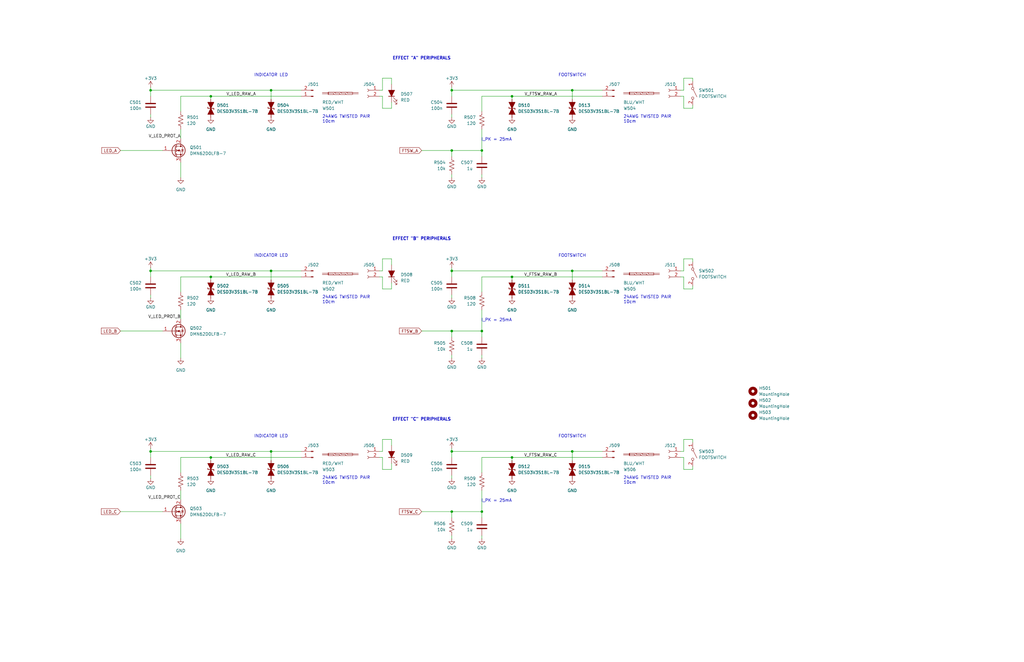
<source format=kicad_sch>
(kicad_sch (version 20231120) (generator "eeschema") (generator_version "8.0")
  (paper "USLedger")
  (title_block (title "Baseboard") (date "2023-08-19") (rev "A") (company "Alessandro Rizzoni") (comment 1 "SCHEMATIC") (comment 2 "DRAFT") (comment 3 "AIR"))
  (lib_symbols
    (symbol "Connector:Conn_01x02_Pin" (pin_names (offset 1.016) hide)
      (property "Reference" "J" (at 0 2.54 0))
      (property "Value" "Conn_01x02_Pin" (at 0 -5.08 0))
      (symbol "Conn_01x02_Pin_1_1"
        (pin passive line (at 5.08 0 180) (length 3.81) (name "Pin_1") (number "1"))
        (pin passive line (at 5.08 -2.54 180) (length 3.81) (name "Pin_2") (number "2"))
      )
    )
    (symbol "Connector:Conn_01x02_Socket" (pin_names (offset 1.016) hide)
      (property "Reference" "J" (at 0 2.54 0))
      (property "Value" "Conn_01x02_Socket" (at 0 -5.08 0))
      (symbol "Conn_01x02_Socket_1_1"
        (pin passive line (at -5.08 0 0) (length 3.81) (name "Pin_1") (number "1"))
        (pin passive line (at -5.08 -2.54 0) (length 3.81) (name "Pin_2") (number "2"))
      )
    )
    (symbol "Device:C" (pin_numbers hide) (pin_names (offset 0.254))
      (property "Reference" "C" (at 0.635 2.54 0))
      (property "Value" "C" (at 0.635 -2.54 0))
      (symbol "C_1_1"
        (pin passive line (at 0 3.81 270) (length 2.794) (name "~") (number "1"))
        (pin passive line (at 0 -3.81 90) (length 2.794) (name "~") (number "2"))
      )
    )
    (symbol "Device:D_TVS_Filled" (pin_numbers hide) (pin_names (offset 1.016) hide)
      (property "Reference" "D" (at 0 2.54 0))
      (property "Value" "D_TVS_Filled" (at 0 -2.54 0))
      (symbol "D_TVS_Filled_1_1"
        (pin passive line (at -3.81 0 0) (length 2.54) (name "A1") (number "1"))
        (pin passive line (at 3.81 0 180) (length 2.54) (name "A2") (number "2"))
      )
    )
    (symbol "Device:LED_Filled" (pin_numbers hide) (pin_names (offset 1.016) hide)
      (property "Reference" "D" (at 0 2.54 0))
      (property "Value" "LED_Filled" (at 0 -2.54 0))
      (symbol "LED_Filled_1_1"
        (pin passive line (at -3.81 0 0) (length 2.54) (name "K") (number "1"))
        (pin passive line (at 3.81 0 180) (length 2.54) (name "A") (number "2"))
      )
    )
    (symbol "Device:Q_NMOS_GDS" (pin_names (offset 0) hide)
      (property "Reference" "Q" (at 5.08 1.27 0))
      (property "Value" "Q_NMOS_GDS" (at 5.08 -1.27 0))
      (symbol "Q_NMOS_GDS_1_1"
        (pin input line (at -5.08 0 0) (length 2.54) (name "G") (number "1"))
        (pin passive line (at 2.54 5.08 270) (length 2.54) (name "D") (number "2"))
        (pin passive line (at 2.54 -5.08 90) (length 2.54) (name "S") (number "3"))
      )
    )
    (symbol "Device:R_US" (pin_numbers hide) (pin_names (offset 0))
      (property "Reference" "R" (at 2.54 0 90))
      (property "Value" "R_US" (at -2.54 0 90))
      (symbol "R_US_1_1"
        (pin passive line (at 0 3.81 270) (length 1.27) (name "~") (number "1"))
        (pin passive line (at 0 -3.81 90) (length 1.27) (name "~") (number "2"))
      )
    )
    (symbol "Library:Twisted_Pair" (on_board no)
      (property "Reference" "W" (at 0 -1.27 0))
    )
    (symbol "Mechanical:MountingHole" (pin_names (offset 1.016)) (exclude_from_sim yes) (in_bom no)
      (property "Reference" "H" (at 0 5.08 0))
      (property "Value" "MountingHole" (at 0 3.175 0))
    )
    (symbol "Switch:SW_SPST" (pin_names (offset 0) hide)
      (property "Reference" "SW" (at 0 3.175 0))
      (property "Value" "SW_SPST" (at 0 -2.54 0))
      (symbol "SW_SPST_1_1"
        (pin passive line (at -5.08 0 0) (length 2.54) (name "A") (number "1"))
        (pin passive line (at 5.08 0 180) (length 2.54) (name "B") (number "2"))
      )
    )
    (symbol "power:+3V3" (power) (pin_numbers hide) (pin_names (offset 0) hide)
      (property "Value" "+3V3" (at 0 3.556 0))
      (symbol "+3V3_1_1"
        (pin power_in line (at 0 0 90) (length 0) (name "~") (number "1"))
      )
    )
    (symbol "power:GND" (power) (pin_numbers hide) (pin_names (offset 0) hide)
      (property "Value" "GND" (at 0 -3.81 0))
      (symbol "GND_1_1"
        (pin power_in line (at 0 0 270) (length 0) (name "~") (number "1"))
      )
    )
  )
  (junction (at 203.2 139.7))
  (junction (at 190.5 139.7))
  (junction (at 114.3 114.3))
  (junction (at 203.2 63.5))
  (junction (at 241.3 38.1))
  (junction (at 63.5 114.3))
  (junction (at 88.9 116.84))
  (junction (at 63.5 38.1))
  (junction (at 241.3 114.3))
  (junction (at 203.2 215.9))
  (junction (at 63.5 190.5))
  (junction (at 215.9 40.64))
  (junction (at 215.9 193.04))
  (junction (at 114.3 38.1))
  (junction (at 88.9 193.04))
  (junction (at 88.9 40.64))
  (junction (at 190.5 63.5))
  (junction (at 190.5 190.5))
  (junction (at 190.5 38.1))
  (junction (at 241.3 190.5))
  (junction (at 190.5 114.3))
  (junction (at 215.9 116.84))
  (junction (at 114.3 190.5))
  (junction (at 190.5 215.9))
  (wire (pts (xy 63.5 113.03) (xy 63.5 114.3)))
  (wire (pts (xy 288.29 198.12) (xy 288.29 193.04)))
  (wire (pts (xy 288.29 33.02) (xy 292.1 33.02)))
  (wire (pts (xy 63.5 189.23) (xy 63.5 190.5)))
  (wire (pts (xy 190.5 190.5) (xy 241.3 190.5)))
  (wire (pts (xy 161.29 185.42) (xy 165.1 185.42)))
  (wire (pts (xy 76.2 193.04) (xy 76.2 199.39)))
  (wire (pts (xy 292.1 121.92) (xy 288.29 121.92)))
  (wire (pts (xy 190.5 36.83) (xy 190.5 38.1)))
  (wire (pts (xy 215.9 40.64) (xy 254 40.64)))
  (wire (pts (xy 161.29 193.04) (xy 160.02 193.04)))
  (wire (pts (xy 76.2 40.64) (xy 88.9 40.64)))
  (wire (pts (xy 190.5 125.73) (xy 190.5 124.46)))
  (wire (pts (xy 76.2 116.84) (xy 76.2 123.19)))
  (wire (pts (xy 63.5 125.73) (xy 63.5 124.46)))
  (wire (pts (xy 114.3 38.1) (xy 114.3 41.91)))
  (wire (pts (xy 127 38.1) (xy 114.3 38.1)))
  (wire (pts (xy 177.8 139.7) (xy 190.5 139.7)))
  (wire (pts (xy 88.9 40.64) (xy 127 40.64)))
  (wire (pts (xy 203.2 193.04) (xy 215.9 193.04)))
  (wire (pts (xy 63.5 190.5) (xy 114.3 190.5)))
  (wire (pts (xy 190.5 49.53) (xy 190.5 48.26)))
  (wire (pts (xy 161.29 190.5) (xy 161.29 185.42)))
  (wire (pts (xy 76.2 54.61) (xy 76.2 58.42)))
  (wire (pts (xy 287.02 38.1) (xy 288.29 38.1)))
  (wire (pts (xy 190.5 149.86) (xy 190.5 151.13)))
  (wire (pts (xy 241.3 190.5) (xy 241.3 194.31)))
  (wire (pts (xy 161.29 109.22) (xy 165.1 109.22)))
  (wire (pts (xy 203.2 116.84) (xy 203.2 123.19)))
  (wire (pts (xy 165.1 195.58) (xy 165.1 198.12)))
  (wire (pts (xy 292.1 44.45) (xy 292.1 45.72)))
  (wire (pts (xy 203.2 73.66) (xy 203.2 74.93)))
  (wire (pts (xy 127 190.5) (xy 114.3 190.5)))
  (wire (pts (xy 114.3 114.3) (xy 114.3 118.11)))
  (wire (pts (xy 203.2 139.7) (xy 203.2 130.81)))
  (wire (pts (xy 63.5 114.3) (xy 63.5 116.84)))
  (wire (pts (xy 63.5 49.53) (xy 63.5 48.26)))
  (wire (pts (xy 165.1 198.12) (xy 161.29 198.12)))
  (wire (pts (xy 190.5 215.9) (xy 203.2 215.9)))
  (wire (pts (xy 215.9 193.04) (xy 215.9 194.31)))
  (wire (pts (xy 165.1 33.02) (xy 165.1 35.56)))
  (wire (pts (xy 190.5 226.06) (xy 190.5 227.33)))
  (wire (pts (xy 190.5 113.03) (xy 190.5 114.3)))
  (wire (pts (xy 254 114.3) (xy 241.3 114.3)))
  (wire (pts (xy 215.9 116.84) (xy 254 116.84)))
  (wire (pts (xy 292.1 185.42) (xy 292.1 186.69)))
  (wire (pts (xy 165.1 185.42) (xy 165.1 187.96)))
  (wire (pts (xy 190.5 139.7) (xy 203.2 139.7)))
  (wire (pts (xy 190.5 139.7) (xy 190.5 142.24)))
  (wire (pts (xy 88.9 116.84) (xy 88.9 118.11)))
  (wire (pts (xy 190.5 215.9) (xy 190.5 218.44)))
  (wire (pts (xy 288.29 109.22) (xy 292.1 109.22)))
  (wire (pts (xy 203.2 139.7) (xy 203.2 142.24)))
  (wire (pts (xy 288.29 121.92) (xy 288.29 116.84)))
  (wire (pts (xy 190.5 38.1) (xy 241.3 38.1)))
  (wire (pts (xy 76.2 144.78) (xy 76.2 151.13)))
  (wire (pts (xy 88.9 193.04) (xy 88.9 194.31)))
  (wire (pts (xy 287.02 114.3) (xy 288.29 114.3)))
  (wire (pts (xy 190.5 190.5) (xy 190.5 193.04)))
  (wire (pts (xy 165.1 121.92) (xy 161.29 121.92)))
  (wire (pts (xy 241.3 38.1) (xy 241.3 41.91)))
  (wire (pts (xy 160.02 38.1) (xy 161.29 38.1)))
  (wire (pts (xy 161.29 114.3) (xy 161.29 109.22)))
  (wire (pts (xy 203.2 40.64) (xy 203.2 46.99)))
  (wire (pts (xy 177.8 215.9) (xy 190.5 215.9)))
  (wire (pts (xy 63.5 114.3) (xy 114.3 114.3)))
  (wire (pts (xy 190.5 114.3) (xy 190.5 116.84)))
  (wire (pts (xy 190.5 114.3) (xy 241.3 114.3)))
  (wire (pts (xy 203.2 40.64) (xy 215.9 40.64)))
  (wire (pts (xy 254 190.5) (xy 241.3 190.5)))
  (wire (pts (xy 292.1 198.12) (xy 288.29 198.12)))
  (wire (pts (xy 50.8 63.5) (xy 68.58 63.5)))
  (wire (pts (xy 127 114.3) (xy 114.3 114.3)))
  (wire (pts (xy 63.5 38.1) (xy 114.3 38.1)))
  (wire (pts (xy 288.29 114.3) (xy 288.29 109.22)))
  (wire (pts (xy 254 38.1) (xy 241.3 38.1)))
  (wire (pts (xy 161.29 33.02) (xy 165.1 33.02)))
  (wire (pts (xy 203.2 116.84) (xy 215.9 116.84)))
  (wire (pts (xy 160.02 114.3) (xy 161.29 114.3)))
  (wire (pts (xy 241.3 114.3) (xy 241.3 118.11)))
  (wire (pts (xy 292.1 196.85) (xy 292.1 198.12)))
  (wire (pts (xy 288.29 116.84) (xy 287.02 116.84)))
  (wire (pts (xy 190.5 38.1) (xy 190.5 40.64)))
  (wire (pts (xy 190.5 201.93) (xy 190.5 200.66)))
  (wire (pts (xy 288.29 193.04) (xy 287.02 193.04)))
  (wire (pts (xy 177.8 63.5) (xy 190.5 63.5)))
  (wire (pts (xy 63.5 201.93) (xy 63.5 200.66)))
  (wire (pts (xy 161.29 38.1) (xy 161.29 33.02)))
  (wire (pts (xy 203.2 149.86) (xy 203.2 151.13)))
  (wire (pts (xy 203.2 63.5) (xy 203.2 66.04)))
  (wire (pts (xy 165.1 109.22) (xy 165.1 111.76)))
  (wire (pts (xy 50.8 139.7) (xy 68.58 139.7)))
  (wire (pts (xy 76.2 193.04) (xy 88.9 193.04)))
  (wire (pts (xy 165.1 119.38) (xy 165.1 121.92)))
  (wire (pts (xy 203.2 226.06) (xy 203.2 227.33)))
  (wire (pts (xy 88.9 116.84) (xy 127 116.84)))
  (wire (pts (xy 292.1 109.22) (xy 292.1 110.49)))
  (wire (pts (xy 63.5 38.1) (xy 63.5 40.64)))
  (wire (pts (xy 76.2 130.81) (xy 76.2 134.62)))
  (wire (pts (xy 292.1 33.02) (xy 292.1 34.29)))
  (wire (pts (xy 215.9 40.64) (xy 215.9 41.91)))
  (wire (pts (xy 203.2 63.5) (xy 203.2 54.61)))
  (wire (pts (xy 161.29 198.12) (xy 161.29 193.04)))
  (wire (pts (xy 190.5 63.5) (xy 203.2 63.5)))
  (wire (pts (xy 161.29 40.64) (xy 160.02 40.64)))
  (wire (pts (xy 63.5 36.83) (xy 63.5 38.1)))
  (wire (pts (xy 161.29 116.84) (xy 160.02 116.84)))
  (wire (pts (xy 165.1 43.18) (xy 165.1 45.72)))
  (wire (pts (xy 76.2 68.58) (xy 76.2 74.93)))
  (wire (pts (xy 203.2 215.9) (xy 203.2 218.44)))
  (wire (pts (xy 88.9 193.04) (xy 127 193.04)))
  (wire (pts (xy 190.5 189.23) (xy 190.5 190.5)))
  (wire (pts (xy 63.5 190.5) (xy 63.5 193.04)))
  (wire (pts (xy 215.9 193.04) (xy 254 193.04)))
  (wire (pts (xy 288.29 185.42) (xy 292.1 185.42)))
  (wire (pts (xy 287.02 190.5) (xy 288.29 190.5)))
  (wire (pts (xy 215.9 116.84) (xy 215.9 118.11)))
  (wire (pts (xy 161.29 45.72) (xy 161.29 40.64)))
  (wire (pts (xy 76.2 207.01) (xy 76.2 210.82)))
  (wire (pts (xy 288.29 190.5) (xy 288.29 185.42)))
  (wire (pts (xy 160.02 190.5) (xy 161.29 190.5)))
  (wire (pts (xy 76.2 220.98) (xy 76.2 227.33)))
  (wire (pts (xy 190.5 73.66) (xy 190.5 74.93)))
  (wire (pts (xy 203.2 215.9) (xy 203.2 207.01)))
  (wire (pts (xy 165.1 45.72) (xy 161.29 45.72)))
  (wire (pts (xy 203.2 193.04) (xy 203.2 199.39)))
  (wire (pts (xy 288.29 38.1) (xy 288.29 33.02)))
  (wire (pts (xy 288.29 40.64) (xy 287.02 40.64)))
  (wire (pts (xy 76.2 116.84) (xy 88.9 116.84)))
  (wire (pts (xy 114.3 190.5) (xy 114.3 194.31)))
  (wire (pts (xy 190.5 63.5) (xy 190.5 66.04)))
  (wire (pts (xy 288.29 45.72) (xy 288.29 40.64)))
  (wire (pts (xy 292.1 45.72) (xy 288.29 45.72)))
  (wire (pts (xy 292.1 120.65) (xy 292.1 121.92)))
  (wire (pts (xy 50.8 215.9) (xy 68.58 215.9)))
  (wire (pts (xy 76.2 40.64) (xy 76.2 46.99)))
  (wire (pts (xy 161.29 121.92) (xy 161.29 116.84)))
  (wire (pts (xy 88.9 40.64) (xy 88.9 41.91)))
  (text "INDICATOR LED" (at 114.3 184.15 0) (effects (font (size 1.27 1.27))))
  (text "FOOTSWITCH" (at 241.3 184.15 0) (effects (font (size 1.27 1.27))))
  (text "EFFECT \"A\" PERIPHERALS" (at 177.8 25.4 0) (effects (font (size 1.27 1.27) (thickness 0.254) (bold yes)) (justify bottom)))
  (text "I_PK = 25mA" (at 215.9 135.89 0) (effects (font (size 1.27 1.27)) (justify right bottom)))
  (text "FOOTSWITCH" (at 241.3 31.75 0) (effects (font (size 1.27 1.27))))
  (text "FOOTSWITCH" (at 241.3 107.95 0) (effects (font (size 1.27 1.27))))
  (text "24AWG TWISTED PAIR\n10cm" (at 135.89 204.47 0) (effects (font (size 1.27 1.27)) (justify left bottom)))
  (text "24AWG TWISTED PAIR\n10cm" (at 262.89 204.47 0) (effects (font (size 1.27 1.27)) (justify left bottom)))
  (text "24AWG TWISTED PAIR\n10cm" (at 262.89 52.07 0) (effects (font (size 1.27 1.27)) (justify left bottom)))
  (text "EFFECT \"B\" PERIPHERALS" (at 177.8 101.6 0) (effects (font (size 1.27 1.27) (thickness 0.254) (bold yes)) (justify bottom)))
  (text "24AWG TWISTED PAIR\n10cm" (at 135.89 128.27 0) (effects (font (size 1.27 1.27)) (justify left bottom)))
  (text "INDICATOR LED" (at 114.3 107.95 0) (effects (font (size 1.27 1.27))))
  (text "I_PK = 25mA" (at 215.9 59.69 0) (effects (font (size 1.27 1.27)) (justify right bottom)))
  (text "I_PK = 25mA" (at 215.9 212.09 0) (effects (font (size 1.27 1.27)) (justify right bottom)))
  (text "EFFECT \"C\" PERIPHERALS" (at 177.8 177.8 0) (effects (font (size 1.27 1.27) (thickness 0.254) (bold yes)) (justify bottom)))
  (text "24AWG TWISTED PAIR\n10cm" (at 262.89 128.27 0) (effects (font (size 1.27 1.27)) (justify left bottom)))
  (text "24AWG TWISTED PAIR\n10cm" (at 135.89 52.07 0) (effects (font (size 1.27 1.27)) (justify left bottom)))
  (text "INDICATOR LED" (at 114.3 31.75 0) (effects (font (size 1.27 1.27))))
  (label "V_LED_PROT_C" (at 76.2 210.82 180))
  (label "V_LED_PROT_A" (at 76.2 58.42 180))
  (label "V_FTSW_RAW_C" (at 234.95 193.04 180))
  (label "V_FTSW_RAW_B" (at 234.95 116.84 180))
  (label "V_LED_RAW_A" (at 107.95 40.64 180))
  (label "V_LED_RAW_C" (at 107.95 193.04 180))
  (label "V_LED_PROT_B" (at 76.2 134.62 180))
  (label "V_LED_RAW_B" (at 107.95 116.84 180))
  (label "V_FTSW_RAW_A" (at 234.95 40.64 180))
  (global_label "FTSW_C" (shape input) (at 177.8 215.9 180) (property "Intersheetrefs" "${INTERSHEET_REFS}" (effects (hide yes))))
  (global_label "LED_C" (shape input) (at 50.8 215.9 180) (property "Intersheetrefs" "${INTERSHEET_REFS}" (effects (hide yes))))
  (global_label "LED_B" (shape input) (at 50.8 139.7 180) (property "Intersheetrefs" "${INTERSHEET_REFS}" (effects (hide yes))))
  (global_label "LED_A" (shape input) (at 50.8 63.5 180) (property "Intersheetrefs" "${INTERSHEET_REFS}" (effects (hide yes))))
  (global_label "FTSW_B" (shape input) (at 177.8 139.7 180) (property "Intersheetrefs" "${INTERSHEET_REFS}" (effects (hide yes))))
  (global_label "FTSW_A" (shape input) (at 177.8 63.5 180) (property "Intersheetrefs" "${INTERSHEET_REFS}" (effects (hide yes))))
  (symbol (lib_id "power:GND") (at 88.9 125.73 0) (unit 1)
    (property "Reference" "#PWR0511" (effects (hide yes)))
    (property "Value" "GND" (at 88.9 130.81 0))
    (property "Description" "Power symbol creates a global label with name \"GND\" , ground" (effects (hide yes)))
  )
  (symbol (lib_id "Library:Twisted_Pair") (at 143.51 115.57 0) (mirror x) (unit 1) (exclude_from_sim yes) (on_board no)
    (property "Reference" "W502" (at 135.89 121.92 0) (effects (justify left)))
    (property "Value" "RED/WHT" (at 135.89 119.38 0) (effects (justify left)))
    (property "Footprint" "N/A" (effects (hide yes)))
    (property "Datasheet" "http://www.asapwire.com/ProductDetails.asp?ProductCode=UL1007%2D24%2DXXTP1%2D0500" (effects (hide yes)))
    (property "Manufacturer" "ASAP Wire" (effects (hide yes)))
    (property "Part Number" "UL1007 UL1569 CSA-TR64 24 AWG (7/30) " (effects (hide yes)))
    (property "Manufacturer (Alternate)" "N/A" (effects (hide yes)))
    (property "Part Number (Alternate)" "UL1007 UL1569 CSA-TR64 24 AWG (7/30) " (effects (hide yes)))
  )
  (symbol (lib_id "Connector:Conn_01x02_Pin") (at 259.08 193.04 180) (unit 1) (exclude_from_sim yes)
    (property "Reference" "J509" (at 259.08 187.96 0))
    (property "Value" "6-440054-2" (effects (hide yes)))
    (property "Footprint" "Library:TE_HPI_2.0MM_PITCH_MALE_HEADER_2POS" (effects (hide yes)))
    (property "Description" "Generic connector, single row, 01x02, script generated" (effects (hide yes)))
    (property "Manufacturer" "TE Connectivity AMP Connectors" (effects (hide yes)))
    (property "Part Number" "6-440054-2" (effects (hide yes)))
    (property "Manufacturer (Alternate)" "JST" (effects (hide yes)))
    (property "Part Number (Alternate)" "B2B-PH-K-S" (effects (hide yes)))
  )
  (symbol (lib_id "power:GND") (at 114.3 49.53 0) (unit 1)
    (property "Reference" "#PWR0513" (effects (hide yes)))
    (property "Value" "GND" (at 114.3 54.61 0))
    (property "Description" "Power symbol creates a global label with name \"GND\" , ground" (effects (hide yes)))
  )
  (symbol (lib_id "power:GND") (at 76.2 227.33 0) (unit 1)
    (property "Reference" "#PWR0509" (effects (hide yes)))
    (property "Value" "GND" (at 76.2 232.41 0))
    (property "Description" "Power symbol creates a global label with name \"GND\" , ground" (effects (hide yes)))
  )
  (symbol (lib_id "Device:D_TVS_Filled") (at 215.9 45.72 90) (unit 1)
    (property "Reference" "D510" (at 218.44 44.45 90) (effects (justify right)))
    (property "Value" "DESD3V3S1BL-7B" (at 218.44 46.99 90) (effects (justify right)))
    (property "Footprint" "Diode_SMD:D_SOD-882D" (effects (hide yes)))
    (property "Description" "Bidirectional transient-voltage-suppression diode, filled shape" (effects (hide yes)))
    (property "Manufacturer" "Diodes Inc." (effects (hide yes)))
    (property "Part Number" "DESD3V3S1BL-7B" (effects (hide yes)))
    (property "Manufacturer (Alternate)" "Diodes Inc." (effects (hide yes)))
    (property "Part Number (Alternate)" "DESD3V3E1BL-7B " (effects (hide yes)))
  )
  (symbol (lib_id "Connector:Conn_01x02_Socket") (at 281.94 38.1 0) (mirror y) (unit 1) (exclude_from_sim yes) (in_bom no) (on_board no)
    (property "Reference" "J510" (at 282.575 35.56 0))
    (property "Value" "6-440129-2" (effects (hide yes)))
    (property "Footprint" "N/A" (effects (hide yes)))
    (property "Description" "Generic connector, single row, 01x02, script generated" (effects (hide yes)))
    (property "Manufacturer" "TE Connectivity AMP Connectors" (effects (hide yes)))
    (property "Part Number" "6-440129-2" (effects (hide yes)))
    (property "Manufacturer (Alternate)" "JST" (effects (hide yes)))
    (property "Part Number (Alternate)" "PHR-2" (effects (hide yes)))
  )
  (symbol (lib_id "Connector:Conn_01x02_Socket") (at 154.94 114.3 0) (mirror y) (unit 1) (exclude_from_sim yes) (in_bom no) (on_board no)
    (property "Reference" "J505" (at 155.575 111.76 0))
    (property "Value" "6-440129-2" (effects (hide yes)))
    (property "Footprint" "N/A" (effects (hide yes)))
    (property "Description" "Generic connector, single row, 01x02, script generated" (effects (hide yes)))
    (property "Manufacturer" "TE Connectivity AMP Connectors" (effects (hide yes)))
    (property "Part Number" "6-440129-2" (effects (hide yes)))
    (property "Manufacturer (Alternate)" "JST" (effects (hide yes)))
    (property "Part Number (Alternate)" "PHR-2" (effects (hide yes)))
  )
  (symbol (lib_id "Connector:Conn_01x02_Pin") (at 132.08 116.84 180) (unit 1) (exclude_from_sim yes)
    (property "Reference" "J502" (at 132.08 111.76 0))
    (property "Value" "6-440054-2" (effects (hide yes)))
    (property "Footprint" "Library:TE_HPI_2.0MM_PITCH_MALE_HEADER_2POS" (effects (hide yes)))
    (property "Description" "Generic connector, single row, 01x02, script generated" (effects (hide yes)))
    (property "Manufacturer" "TE Connectivity AMP Connectors" (effects (hide yes)))
    (property "Part Number" "6-440054-2" (effects (hide yes)))
    (property "Manufacturer (Alternate)" "JST" (effects (hide yes)))
    (property "Part Number (Alternate)" "B2B-PH-K-S" (effects (hide yes)))
  )
  (symbol (lib_id "power:GND") (at 114.3 201.93 0) (unit 1)
    (property "Reference" "#PWR0515" (effects (hide yes)))
    (property "Value" "GND" (at 114.3 207.01 0))
    (property "Description" "Power symbol creates a global label with name \"GND\" , ground" (effects (hide yes)))
  )
  (symbol (lib_id "Connector:Conn_01x02_Socket") (at 281.94 114.3 0) (mirror y) (unit 1) (exclude_from_sim yes) (in_bom no) (on_board no)
    (property "Reference" "J511" (at 282.575 111.76 0))
    (property "Value" "6-440129-2" (effects (hide yes)))
    (property "Footprint" "N/A" (effects (hide yes)))
    (property "Description" "Generic connector, single row, 01x02, script generated" (effects (hide yes)))
    (property "Manufacturer" "TE Connectivity AMP Connectors" (effects (hide yes)))
    (property "Part Number" "6-440129-2" (effects (hide yes)))
    (property "Manufacturer (Alternate)" "JST" (effects (hide yes)))
    (property "Part Number (Alternate)" "PHR-2" (effects (hide yes)))
  )
  (symbol (lib_id "Device:R_US") (at 190.5 69.85 180) (unit 1) (exclude_from_sim yes)
    (property "Reference" "R504" (at 187.96 68.58 0) (effects (justify left)))
    (property "Value" "10k" (at 187.96 71.12 0) (effects (justify left)))
    (property "Footprint" "Resistor_SMD:R_0402_1005Metric" (effects (hide yes)))
    (property "Description" "Resistor, US symbol" (effects (hide yes)))
  )
  (symbol (lib_id "Device:R_US") (at 190.5 222.25 180) (unit 1) (exclude_from_sim yes)
    (property "Reference" "R506" (at 187.96 220.98 0) (effects (justify left)))
    (property "Value" "10k" (at 187.96 223.52 0) (effects (justify left)))
    (property "Footprint" "Resistor_SMD:R_0402_1005Metric" (effects (hide yes)))
    (property "Description" "Resistor, US symbol" (effects (hide yes)))
  )
  (symbol (lib_id "Device:C") (at 203.2 222.25 180) (unit 1) (exclude_from_sim yes)
    (property "Reference" "C509" (at 199.39 220.98 0) (effects (justify left)))
    (property "Value" "1u" (at 199.39 223.52 0) (effects (justify left)))
    (property "Footprint" "Capacitor_SMD:C_0402_1005Metric" (effects (hide yes)))
    (property "Description" "Unpolarized capacitor" (effects (hide yes)))
  )
  (symbol (lib_id "Device:R_US") (at 190.5 146.05 180) (unit 1) (exclude_from_sim yes)
    (property "Reference" "R505" (at 187.96 144.78 0) (effects (justify left)))
    (property "Value" "10k" (at 187.96 147.32 0) (effects (justify left)))
    (property "Footprint" "Resistor_SMD:R_0402_1005Metric" (effects (hide yes)))
    (property "Description" "Resistor, US symbol" (effects (hide yes)))
  )
  (symbol (lib_id "Device:D_TVS_Filled") (at 114.3 198.12 90) (unit 1)
    (property "Reference" "D506" (at 116.84 196.85 90) (effects (justify right)))
    (property "Value" "DESD3V3S1BL-7B" (at 116.84 199.39 90) (effects (justify right)))
    (property "Footprint" "Diode_SMD:D_SOD-882D" (effects (hide yes)))
    (property "Description" "Bidirectional transient-voltage-suppression diode, filled shape" (effects (hide yes)))
    (property "Manufacturer" "Diodes Inc." (effects (hide yes)))
    (property "Part Number" "DESD3V3S1BL-7B" (effects (hide yes)))
    (property "Manufacturer (Alternate)" "Diodes Inc." (effects (hide yes)))
    (property "Part Number (Alternate)" "DESD3V3E1BL-7B " (effects (hide yes)))
  )
  (symbol (lib_id "Device:C") (at 63.5 196.85 180) (unit 1) (exclude_from_sim yes)
    (property "Reference" "C503" (at 59.69 195.58 0) (effects (justify left)))
    (property "Value" "100n" (at 59.69 198.12 0) (effects (justify left)))
    (property "Footprint" "Capacitor_SMD:C_0402_1005Metric" (effects (hide yes)))
    (property "Description" "Unpolarized capacitor" (effects (hide yes)))
  )
  (symbol (lib_id "Device:Q_NMOS_GDS") (at 73.66 139.7 0) (unit 1)
    (property "Reference" "Q502" (at 80.01 138.43 0) (effects (justify left)))
    (property "Value" "DMN62D0LFB-7" (at 80.01 140.97 0) (effects (justify left)))
    (property "Footprint" "Package_DFN_QFN:Diodes_DFN1006-3" (effects (hide yes)))
    (property "Description" "N-MOSFET transistor, gate/drain/source" (effects (hide yes)))
    (property "Manufacturer" "Diodes Inc." (effects (hide yes)))
    (property "Part Number" "DMN62D0LFB-7" (effects (hide yes)))
    (property "Manufacturer (Alternate)" "Diodes Inc." (effects (hide yes)))
    (property "Part Number (Alternate)" "DMN62D1LFB-7 " (effects (hide yes)))
  )
  (symbol (lib_id "power:GND") (at 88.9 201.93 0) (unit 1)
    (property "Reference" "#PWR0512" (effects (hide yes)))
    (property "Value" "GND" (at 88.9 207.01 0))
    (property "Description" "Power symbol creates a global label with name \"GND\" , ground" (effects (hide yes)))
  )
  (symbol (lib_id "Device:D_TVS_Filled") (at 88.9 121.92 90) (unit 1)
    (property "Reference" "D502" (at 91.44 120.65 90) (effects (justify right)))
    (property "Value" "DESD3V3S1BL-7B" (at 91.44 123.19 90) (effects (justify right)))
    (property "Footprint" "Diode_SMD:D_SOD-882D" (effects (hide yes)))
    (property "Description" "Bidirectional transient-voltage-suppression diode, filled shape" (effects (hide yes)))
    (property "Manufacturer" "Diodes Inc." (effects (hide yes)))
    (property "Part Number" "DESD3V3S1BL-7B" (effects (hide yes)))
    (property "Manufacturer (Alternate)" "Diodes Inc." (effects (hide yes)))
    (property "Part Number (Alternate)" "DESD3V3E1BL-7B " (effects (hide yes)))
  )
  (symbol (lib_id "Device:D_TVS_Filled") (at 114.3 45.72 90) (unit 1)
    (property "Reference" "D504" (at 116.84 44.45 90) (effects (justify right)))
    (property "Value" "DESD3V3S1BL-7B" (at 116.84 46.99 90) (effects (justify right)))
    (property "Footprint" "Diode_SMD:D_SOD-882D" (effects (hide yes)))
    (property "Description" "Bidirectional transient-voltage-suppression diode, filled shape" (effects (hide yes)))
    (property "Manufacturer" "Diodes Inc." (effects (hide yes)))
    (property "Part Number" "DESD3V3S1BL-7B" (effects (hide yes)))
    (property "Manufacturer (Alternate)" "Diodes Inc." (effects (hide yes)))
    (property "Part Number (Alternate)" "DESD3V3E1BL-7B " (effects (hide yes)))
  )
  (symbol (lib_id "power:GND") (at 215.9 125.73 0) (unit 1)
    (property "Reference" "#PWR0529" (effects (hide yes)))
    (property "Value" "GND" (at 215.9 130.81 0))
    (property "Description" "Power symbol creates a global label with name \"GND\" , ground" (effects (hide yes)))
  )
  (symbol (lib_id "Connector:Conn_01x02_Pin") (at 132.08 40.64 180) (unit 1) (exclude_from_sim yes)
    (property "Reference" "J501" (at 132.08 35.56 0))
    (property "Value" "6-440054-2" (effects (hide yes)))
    (property "Footprint" "Library:TE_HPI_2.0MM_PITCH_MALE_HEADER_2POS" (effects (hide yes)))
    (property "Description" "Generic connector, single row, 01x02, script generated" (effects (hide yes)))
    (property "Manufacturer" "TE Connectivity AMP Connectors" (effects (hide yes)))
    (property "Part Number" "6-440054-2" (effects (hide yes)))
    (property "Manufacturer (Alternate)" "JST" (effects (hide yes)))
    (property "Part Number (Alternate)" "B2B-PH-K-S" (effects (hide yes)))
  )
  (symbol (lib_id "power:GND") (at 190.5 125.73 0) (mirror y) (unit 1)
    (property "Reference" "#PWR0520" (effects (hide yes)))
    (property "Value" "GND" (at 190.5 129.54 0))
    (property "Description" "Power symbol creates a global label with name \"GND\" , ground" (effects (hide yes)))
  )
  (symbol (lib_id "Device:D_TVS_Filled") (at 88.9 198.12 90) (unit 1)
    (property "Reference" "D503" (at 91.44 196.85 90) (effects (justify right)))
    (property "Value" "DESD3V3S1BL-7B" (at 91.44 199.39 90) (effects (justify right)))
    (property "Footprint" "Diode_SMD:D_SOD-882D" (effects (hide yes)))
    (property "Description" "Bidirectional transient-voltage-suppression diode, filled shape" (effects (hide yes)))
    (property "Manufacturer" "Diodes Inc." (effects (hide yes)))
    (property "Part Number" "DESD3V3S1BL-7B" (effects (hide yes)))
    (property "Manufacturer (Alternate)" "Diodes Inc." (effects (hide yes)))
    (property "Part Number (Alternate)" "DESD3V3E1BL-7B " (effects (hide yes)))
  )
  (symbol (lib_id "Device:C") (at 203.2 69.85 180) (unit 1) (exclude_from_sim yes)
    (property "Reference" "C507" (at 199.39 68.58 0) (effects (justify left)))
    (property "Value" "1u" (at 199.39 71.12 0) (effects (justify left)))
    (property "Footprint" "Capacitor_SMD:C_0402_1005Metric" (effects (hide yes)))
    (property "Description" "Unpolarized capacitor" (effects (hide yes)))
  )
  (symbol (lib_id "power:GND") (at 76.2 74.93 0) (unit 1)
    (property "Reference" "#PWR0507" (effects (hide yes)))
    (property "Value" "GND" (at 76.2 80.01 0))
    (property "Description" "Power symbol creates a global label with name \"GND\" , ground" (effects (hide yes)))
  )
  (symbol (lib_id "power:GND") (at 190.5 227.33 0) (mirror y) (unit 1)
    (property "Reference" "#PWR0524" (effects (hide yes)))
    (property "Value" "GND" (at 190.5 231.14 0))
    (property "Description" "Power symbol creates a global label with name \"GND\" , ground" (effects (hide yes)))
  )
  (symbol (lib_id "power:+3V3") (at 63.5 113.03 0) (unit 1)
    (property "Reference" "#PWR0503" (effects (hide yes)))
    (property "Value" "+3V3" (at 63.5 109.22 0))
    (property "Description" "Power symbol creates a global label with name \"+3V3\"" (effects (hide yes)))
  )
  (symbol (lib_id "Device:R_US") (at 203.2 127 0) (mirror y) (unit 1) (exclude_from_sim yes)
    (property "Reference" "R508" (at 200.66 125.73 0) (effects (justify left)))
    (property "Value" "120" (at 200.66 128.27 0) (effects (justify left)))
    (property "Footprint" "Resistor_SMD:R_0402_1005Metric" (effects (hide yes)))
    (property "Description" "Resistor, US symbol" (effects (hide yes)))
  )
  (symbol (lib_id "Device:D_TVS_Filled") (at 241.3 198.12 90) (unit 1)
    (property "Reference" "D515" (at 243.84 196.85 90) (effects (justify right)))
    (property "Value" "DESD3V3S1BL-7B" (at 243.84 199.39 90) (effects (justify right)))
    (property "Footprint" "Diode_SMD:D_SOD-882D" (effects (hide yes)))
    (property "Description" "Bidirectional transient-voltage-suppression diode, filled shape" (effects (hide yes)))
    (property "Manufacturer" "Diodes Inc." (effects (hide yes)))
    (property "Part Number" "DESD3V3S1BL-7B" (effects (hide yes)))
    (property "Manufacturer (Alternate)" "Diodes Inc." (effects (hide yes)))
    (property "Part Number (Alternate)" "DESD3V3E1BL-7B " (effects (hide yes)))
  )
  (symbol (lib_id "Library:Twisted_Pair") (at 143.51 191.77 0) (mirror x) (unit 1) (exclude_from_sim yes) (on_board no)
    (property "Reference" "W503" (at 135.89 198.12 0) (effects (justify left)))
    (property "Value" "RED/WHT" (at 135.89 195.58 0) (effects (justify left)))
    (property "Footprint" "N/A" (effects (hide yes)))
    (property "Datasheet" "http://www.asapwire.com/ProductDetails.asp?ProductCode=UL1007%2D24%2DXXTP1%2D0500" (effects (hide yes)))
    (property "Manufacturer" "ASAP Wire" (effects (hide yes)))
    (property "Part Number" "UL1007 UL1569 CSA-TR64 24 AWG (7/30) " (effects (hide yes)))
    (property "Manufacturer (Alternate)" "N/A" (effects (hide yes)))
    (property "Part Number (Alternate)" "UL1007 UL1569 CSA-TR64 24 AWG (7/30) " (effects (hide yes)))
  )
  (symbol (lib_id "Device:D_TVS_Filled") (at 241.3 45.72 90) (unit 1)
    (property "Reference" "D513" (at 243.84 44.45 90) (effects (justify right)))
    (property "Value" "DESD3V3S1BL-7B" (at 243.84 46.99 90) (effects (justify right)))
    (property "Footprint" "Diode_SMD:D_SOD-882D" (effects (hide yes)))
    (property "Description" "Bidirectional transient-voltage-suppression diode, filled shape" (effects (hide yes)))
    (property "Manufacturer" "Diodes Inc." (effects (hide yes)))
    (property "Part Number" "DESD3V3S1BL-7B" (effects (hide yes)))
    (property "Manufacturer (Alternate)" "Diodes Inc." (effects (hide yes)))
    (property "Part Number (Alternate)" "DESD3V3E1BL-7B " (effects (hide yes)))
  )
  (symbol (lib_id "power:GND") (at 190.5 74.93 0) (mirror y) (unit 1)
    (property "Reference" "#PWR0518" (effects (hide yes)))
    (property "Value" "GND" (at 190.5 78.74 0))
    (property "Description" "Power symbol creates a global label with name \"GND\" , ground" (effects (hide yes)))
  )
  (symbol (lib_id "Device:D_TVS_Filled") (at 114.3 121.92 90) (unit 1)
    (property "Reference" "D505" (at 116.84 120.65 90) (effects (justify right)))
    (property "Value" "DESD3V3S1BL-7B" (at 116.84 123.19 90) (effects (justify right)))
    (property "Footprint" "Diode_SMD:D_SOD-882D" (effects (hide yes)))
    (property "Description" "Bidirectional transient-voltage-suppression diode, filled shape" (effects (hide yes)))
    (property "Manufacturer" "Diodes Inc." (effects (hide yes)))
    (property "Part Number" "DESD3V3S1BL-7B" (effects (hide yes)))
    (property "Manufacturer (Alternate)" "Diodes Inc." (effects (hide yes)))
    (property "Part Number (Alternate)" "DESD3V3E1BL-7B " (effects (hide yes)))
  )
  (symbol (lib_id "Connector:Conn_01x02_Pin") (at 259.08 40.64 180) (unit 1) (exclude_from_sim yes)
    (property "Reference" "J507" (at 259.08 35.56 0))
    (property "Value" "6-440054-2" (effects (hide yes)))
    (property "Footprint" "Library:TE_HPI_2.0MM_PITCH_MALE_HEADER_2POS" (effects (hide yes)))
    (property "Description" "Generic connector, single row, 01x02, script generated" (effects (hide yes)))
    (property "Manufacturer" "TE Connectivity AMP Connectors" (effects (hide yes)))
    (property "Part Number" "6-440054-2" (effects (hide yes)))
    (property "Manufacturer (Alternate)" "JST" (effects (hide yes)))
    (property "Part Number (Alternate)" "B2B-PH-K-S" (effects (hide yes)))
  )
  (symbol (lib_id "power:GND") (at 190.5 151.13 0) (mirror y) (unit 1)
    (property "Reference" "#PWR0521" (effects (hide yes)))
    (property "Value" "GND" (at 190.5 154.94 0))
    (property "Description" "Power symbol creates a global label with name \"GND\" , ground" (effects (hide yes)))
  )
  (symbol (lib_id "power:GND") (at 215.9 201.93 0) (unit 1)
    (property "Reference" "#PWR0530" (effects (hide yes)))
    (property "Value" "GND" (at 215.9 207.01 0))
    (property "Description" "Power symbol creates a global label with name \"GND\" , ground" (effects (hide yes)))
  )
  (symbol (lib_id "power:GND") (at 203.2 151.13 0) (mirror y) (unit 1)
    (property "Reference" "#PWR0526" (effects (hide yes)))
    (property "Value" "GND" (at 203.2 154.94 0))
    (property "Description" "Power symbol creates a global label with name \"GND\" , ground" (effects (hide yes)))
  )
  (symbol (lib_id "power:GND") (at 203.2 227.33 0) (mirror y) (unit 1)
    (property "Reference" "#PWR0527" (effects (hide yes)))
    (property "Value" "GND" (at 203.2 231.14 0))
    (property "Description" "Power symbol creates a global label with name \"GND\" , ground" (effects (hide yes)))
  )
  (symbol (lib_id "Device:D_TVS_Filled") (at 241.3 121.92 90) (unit 1)
    (property "Reference" "D514" (at 243.84 120.65 90) (effects (justify right)))
    (property "Value" "DESD3V3S1BL-7B" (at 243.84 123.19 90) (effects (justify right)))
    (property "Footprint" "Diode_SMD:D_SOD-882D" (effects (hide yes)))
    (property "Description" "Bidirectional transient-voltage-suppression diode, filled shape" (effects (hide yes)))
    (property "Manufacturer" "Diodes Inc." (effects (hide yes)))
    (property "Part Number" "DESD3V3S1BL-7B" (effects (hide yes)))
    (property "Manufacturer (Alternate)" "Diodes Inc." (effects (hide yes)))
    (property "Part Number (Alternate)" "DESD3V3E1BL-7B " (effects (hide yes)))
  )
  (symbol (lib_id "Library:Twisted_Pair") (at 270.51 115.57 0) (mirror x) (unit 1) (exclude_from_sim yes) (on_board no)
    (property "Reference" "W505" (at 262.89 121.92 0) (effects (justify left)))
    (property "Value" "BLU/WHT" (at 262.89 119.38 0) (effects (justify left)))
    (property "Footprint" "N/A" (effects (hide yes)))
    (property "Datasheet" "http://www.asapwire.com/ProductDetails.asp?ProductCode=UL1007%2D24%2DXXTP1%2D0500" (effects (hide yes)))
    (property "Manufacturer" "ASAP Wire" (effects (hide yes)))
    (property "Part Number" "UL1007 UL1569 CSA-TR64 24 AWG (7/30) " (effects (hide yes)))
    (property "Manufacturer (Alternate)" "N/A" (effects (hide yes)))
    (property "Part Number (Alternate)" "UL1007 UL1569 CSA-TR64 24 AWG (7/30) " (effects (hide yes)))
  )
  (symbol (lib_id "Device:C") (at 190.5 44.45 180) (unit 1) (exclude_from_sim yes)
    (property "Reference" "C504" (at 186.69 43.18 0) (effects (justify left)))
    (property "Value" "100n" (at 186.69 45.72 0) (effects (justify left)))
    (property "Footprint" "Capacitor_SMD:C_0402_1005Metric" (effects (hide yes)))
    (property "Description" "Unpolarized capacitor" (effects (hide yes)))
  )
  (symbol (lib_id "power:GND") (at 88.9 49.53 0) (unit 1)
    (property "Reference" "#PWR0510" (effects (hide yes)))
    (property "Value" "GND" (at 88.9 54.61 0))
    (property "Description" "Power symbol creates a global label with name \"GND\" , ground" (effects (hide yes)))
  )
  (symbol (lib_id "Device:LED_Filled") (at 165.1 39.37 90) (unit 1) (on_board no)
    (property "Reference" "D507" (at 168.91 39.6875 90) (effects (justify right)))
    (property "Value" "RED" (at 168.91 42.2275 90) (effects (justify right)))
    (property "Footprint" "LED_SMD:LED_0603_1608Metric" (effects (hide yes)))
    (property "Description" "Light emitting diode, filled shape" (effects (hide yes)))
    (property "Manufacturer" "Wurth" (effects (hide yes)))
    (property "Part Number" "150060RS75000" (effects (hide yes)))
    (property "Manufacturer (Alternate)" "Lite-On Inc." (effects (hide yes)))
    (property "Part Number (Alternate)" "LTST-C193KRKT-5A" (effects (hide yes)))
  )
  (symbol (lib_id "Connector:Conn_01x02_Pin") (at 132.08 193.04 180) (unit 1) (exclude_from_sim yes)
    (property "Reference" "J503" (at 132.08 187.96 0))
    (property "Value" "6-440054-2" (effects (hide yes)))
    (property "Footprint" "Library:TE_HPI_2.0MM_PITCH_MALE_HEADER_2POS" (effects (hide yes)))
    (property "Description" "Generic connector, single row, 01x02, script generated" (effects (hide yes)))
    (property "Manufacturer" "TE Connectivity AMP Connectors" (effects (hide yes)))
    (property "Part Number" "6-440054-2" (effects (hide yes)))
    (property "Manufacturer (Alternate)" "JST" (effects (hide yes)))
    (property "Part Number (Alternate)" "B2B-PH-K-S" (effects (hide yes)))
  )
  (symbol (lib_id "Device:R_US") (at 203.2 203.2 0) (mirror y) (unit 1) (exclude_from_sim yes)
    (property "Reference" "R509" (at 200.66 201.93 0) (effects (justify left)))
    (property "Value" "120" (at 200.66 204.47 0) (effects (justify left)))
    (property "Footprint" "Resistor_SMD:R_0402_1005Metric" (effects (hide yes)))
    (property "Description" "Resistor, US symbol" (effects (hide yes)))
  )
  (symbol (lib_id "Switch:SW_SPST") (at 292.1 115.57 270) (unit 1) (exclude_from_sim yes) (on_board no)
    (property "Reference" "SW502" (at 294.64 114.2999 90) (effects (justify left)))
    (property "Value" "FOOTSWITCH" (at 294.64 116.8399 90) (effects (justify left)))
    (property "Footprint" "N/A" (effects (hide yes)))
    (property "Description" "Single Pole Single Throw (SPST) switch" (effects (hide yes)))
    (property "Manufacturer" "Suntsu" (effects (hide yes)))
    (property "Part Number" "SSWFS-S01-AE05-HWH" (effects (hide yes)))
    (property "Manufacturer (Alternate)" "Switch Components" (effects (hide yes)))
    (property "Part Number (Alternate)" "PA2-1B-DC-5" (effects (hide yes)))
  )
  (symbol (lib_id "Mechanical:MountingHole") (at 317.5 165.1 0) (unit 1) (exclude_from_sim yes) (in_bom no)
    (property "Reference" "H501" (at 320.04 163.83 0) (effects (justify left)))
    (property "Value" "MountingHole" (at 320.04 166.37 0) (effects (justify left)))
    (property "Footprint" "Library:JLC_Tooling_hole" (effects (hide yes)))
    (property "Description" "Mounting Hole without connection" (effects (hide yes)))
  )
  (symbol (lib_id "Device:D_TVS_Filled") (at 215.9 121.92 90) (unit 1)
    (property "Reference" "D511" (at 218.44 120.65 90) (effects (justify right)))
    (property "Value" "DESD3V3S1BL-7B" (at 218.44 123.19 90) (effects (justify right)))
    (property "Footprint" "Diode_SMD:D_SOD-882D" (effects (hide yes)))
    (property "Description" "Bidirectional transient-voltage-suppression diode, filled shape" (effects (hide yes)))
    (property "Manufacturer" "Diodes Inc." (effects (hide yes)))
    (property "Part Number" "DESD3V3S1BL-7B" (effects (hide yes)))
    (property "Manufacturer (Alternate)" "Diodes Inc." (effects (hide yes)))
    (property "Part Number (Alternate)" "DESD3V3E1BL-7B " (effects (hide yes)))
  )
  (symbol (lib_id "Library:Twisted_Pair") (at 270.51 191.77 0) (mirror x) (unit 1) (exclude_from_sim yes) (on_board no)
    (property "Reference" "W506" (at 262.89 198.12 0) (effects (justify left)))
    (property "Value" "BLU/WHT" (at 262.89 195.58 0) (effects (justify left)))
    (property "Footprint" "N/A" (effects (hide yes)))
    (property "Datasheet" "http://www.asapwire.com/ProductDetails.asp?ProductCode=UL1007%2D24%2DXXTP1%2D0500" (effects (hide yes)))
    (property "Manufacturer" "ASAP Wire" (effects (hide yes)))
    (property "Part Number" "UL1007 UL1569 CSA-TR64 24 AWG (7/30) " (effects (hide yes)))
    (property "Manufacturer (Alternate)" "N/A" (effects (hide yes)))
    (property "Part Number (Alternate)" "UL1007 UL1569 CSA-TR64 24 AWG (7/30) " (effects (hide yes)))
  )
  (symbol (lib_id "power:GND") (at 241.3 201.93 0) (unit 1)
    (property "Reference" "#PWR0533" (effects (hide yes)))
    (property "Value" "GND" (at 241.3 207.01 0))
    (property "Description" "Power symbol creates a global label with name \"GND\" , ground" (effects (hide yes)))
  )
  (symbol (lib_id "Device:Q_NMOS_GDS") (at 73.66 63.5 0) (unit 1)
    (property "Reference" "Q501" (at 80.01 62.23 0) (effects (justify left)))
    (property "Value" "DMN62D0LFB-7" (at 80.01 64.77 0) (effects (justify left)))
    (property "Footprint" "Package_DFN_QFN:Diodes_DFN1006-3" (effects (hide yes)))
    (property "Description" "N-MOSFET transistor, gate/drain/source" (effects (hide yes)))
    (property "Manufacturer" "Diodes Inc." (effects (hide yes)))
    (property "Part Number" "DMN62D0LFB-7" (effects (hide yes)))
    (property "Manufacturer (Alternate)" "Diodes Inc." (effects (hide yes)))
    (property "Part Number (Alternate)" "DMN62D1LFB-7 " (effects (hide yes)))
  )
  (symbol (lib_id "Device:R_US") (at 76.2 127 0) (unit 1)
    (property "Reference" "R502" (at 78.74 125.73 0) (effects (justify left)))
    (property "Value" "120" (at 78.74 128.27 0) (effects (justify left)))
    (property "Footprint" "Resistor_SMD:R_0402_1005Metric" (effects (hide yes)))
    (property "Description" "Resistor, US symbol" (effects (hide yes)))
  )
  (symbol (lib_id "power:+3V3") (at 190.5 113.03 0) (unit 1)
    (property "Reference" "#PWR0519" (effects (hide yes)))
    (property "Value" "+3V3" (at 190.5 109.22 0))
    (property "Description" "Power symbol creates a global label with name \"+3V3\"" (effects (hide yes)))
  )
  (symbol (lib_id "Device:C") (at 190.5 196.85 180) (unit 1) (exclude_from_sim yes)
    (property "Reference" "C506" (at 186.69 195.58 0) (effects (justify left)))
    (property "Value" "100n" (at 186.69 198.12 0) (effects (justify left)))
    (property "Footprint" "Capacitor_SMD:C_0402_1005Metric" (effects (hide yes)))
    (property "Description" "Unpolarized capacitor" (effects (hide yes)))
  )
  (symbol (lib_id "Connector:Conn_01x02_Socket") (at 154.94 190.5 0) (mirror y) (unit 1) (exclude_from_sim yes) (in_bom no) (on_board no)
    (property "Reference" "J506" (at 155.575 187.96 0))
    (property "Value" "6-440129-2" (effects (hide yes)))
    (property "Footprint" "N/A" (effects (hide yes)))
    (property "Description" "Generic connector, single row, 01x02, script generated" (effects (hide yes)))
    (property "Manufacturer" "TE Connectivity AMP Connectors" (effects (hide yes)))
    (property "Part Number" "6-440129-2" (effects (hide yes)))
    (property "Manufacturer (Alternate)" "JST" (effects (hide yes)))
    (property "Part Number (Alternate)" "PHR-2" (effects (hide yes)))
  )
  (symbol (lib_id "Device:C") (at 63.5 120.65 180) (unit 1) (exclude_from_sim yes)
    (property "Reference" "C502" (at 59.69 119.38 0) (effects (justify left)))
    (property "Value" "100n" (at 59.69 121.92 0) (effects (justify left)))
    (property "Footprint" "Capacitor_SMD:C_0402_1005Metric" (effects (hide yes)))
    (property "Description" "Unpolarized capacitor" (effects (hide yes)))
  )
  (symbol (lib_id "Switch:SW_SPST") (at 292.1 39.37 270) (unit 1) (exclude_from_sim yes) (on_board no)
    (property "Reference" "SW501" (at 294.64 38.0999 90) (effects (justify left)))
    (property "Value" "FOOTSWITCH" (at 294.64 40.6399 90) (effects (justify left)))
    (property "Footprint" "N/A" (effects (hide yes)))
    (property "Description" "Single Pole Single Throw (SPST) switch" (effects (hide yes)))
    (property "Manufacturer" "Suntsu" (effects (hide yes)))
    (property "Part Number" "SSWFS-S01-AE05-HWH" (effects (hide yes)))
    (property "Manufacturer (Alternate)" "Switch Components" (effects (hide yes)))
    (property "Part Number (Alternate)" "PA2-1B-DC-5" (effects (hide yes)))
  )
  (symbol (lib_id "Mechanical:MountingHole") (at 317.5 170.18 0) (unit 1) (exclude_from_sim yes) (in_bom no)
    (property "Reference" "H502" (at 320.04 168.91 0) (effects (justify left)))
    (property "Value" "MountingHole" (at 320.04 171.45 0) (effects (justify left)))
    (property "Footprint" "Library:JLC_Tooling_hole" (effects (hide yes)))
    (property "Description" "Mounting Hole without connection" (effects (hide yes)))
  )
  (symbol (lib_id "Library:Twisted_Pair") (at 143.51 39.37 0) (mirror x) (unit 1) (exclude_from_sim yes) (on_board no)
    (property "Reference" "W501" (at 135.89 45.72 0) (effects (justify left)))
    (property "Value" "RED/WHT" (at 135.89 43.18 0) (effects (justify left)))
    (property "Footprint" "N/A" (effects (hide yes)))
    (property "Datasheet" "http://www.asapwire.com/ProductDetails.asp?ProductCode=UL1007%2D24%2DXXTP1%2D0500" (effects (hide yes)))
    (property "Manufacturer" "ASAP Wire" (effects (hide yes)))
    (property "Part Number" "UL1007 UL1569 CSA-TR64 24 AWG (7/30) " (effects (hide yes)))
    (property "Manufacturer (Alternate)" "N/A" (effects (hide yes)))
    (property "Part Number (Alternate)" "UL1007 UL1569 CSA-TR64 24 AWG (7/30) " (effects (hide yes)))
  )
  (symbol (lib_id "power:GND") (at 63.5 201.93 0) (mirror y) (unit 1)
    (property "Reference" "#PWR0506" (effects (hide yes)))
    (property "Value" "GND" (at 63.5 205.74 0))
    (property "Description" "Power symbol creates a global label with name \"GND\" , ground" (effects (hide yes)))
  )
  (symbol (lib_id "Device:R_US") (at 76.2 203.2 0) (unit 1)
    (property "Reference" "R503" (at 78.74 201.93 0) (effects (justify left)))
    (property "Value" "120" (at 78.74 204.47 0) (effects (justify left)))
    (property "Footprint" "Resistor_SMD:R_0402_1005Metric" (effects (hide yes)))
    (property "Description" "Resistor, US symbol" (effects (hide yes)))
  )
  (symbol (lib_id "Device:R_US") (at 76.2 50.8 0) (unit 1)
    (property "Reference" "R501" (at 78.74 49.53 0) (effects (justify left)))
    (property "Value" "120" (at 78.74 52.07 0) (effects (justify left)))
    (property "Footprint" "Resistor_SMD:R_0402_1005Metric" (effects (hide yes)))
    (property "Description" "Resistor, US symbol" (effects (hide yes)))
  )
  (symbol (lib_id "Device:R_US") (at 203.2 50.8 0) (mirror y) (unit 1) (exclude_from_sim yes)
    (property "Reference" "R507" (at 200.66 49.53 0) (effects (justify left)))
    (property "Value" "120" (at 200.66 52.07 0) (effects (justify left)))
    (property "Footprint" "Resistor_SMD:R_0402_1005Metric" (effects (hide yes)))
    (property "Description" "Resistor, US symbol" (effects (hide yes)))
  )
  (symbol (lib_id "Connector:Conn_01x02_Socket") (at 281.94 190.5 0) (mirror y) (unit 1) (exclude_from_sim yes) (in_bom no) (on_board no)
    (property "Reference" "J512" (at 282.575 187.96 0))
    (property "Value" "6-440129-2" (effects (hide yes)))
    (property "Footprint" "N/A" (effects (hide yes)))
    (property "Description" "Generic connector, single row, 01x02, script generated" (effects (hide yes)))
    (property "Manufacturer" "TE Connectivity AMP Connectors" (effects (hide yes)))
    (property "Part Number" "6-440129-2" (effects (hide yes)))
    (property "Manufacturer (Alternate)" "JST" (effects (hide yes)))
    (property "Part Number (Alternate)" "PHR-2" (effects (hide yes)))
  )
  (symbol (lib_id "Device:Q_NMOS_GDS") (at 73.66 215.9 0) (unit 1)
    (property "Reference" "Q503" (at 80.01 214.63 0) (effects (justify left)))
    (property "Value" "DMN62D0LFB-7" (at 80.01 217.17 0) (effects (justify left)))
    (property "Footprint" "Package_DFN_QFN:Diodes_DFN1006-3" (effects (hide yes)))
    (property "Description" "N-MOSFET transistor, gate/drain/source" (effects (hide yes)))
    (property "Manufacturer" "Diodes Inc." (effects (hide yes)))
    (property "Part Number" "DMN62D0LFB-7" (effects (hide yes)))
    (property "Manufacturer (Alternate)" "Diodes Inc." (effects (hide yes)))
    (property "Part Number (Alternate)" "DMN62D1LFB-7 " (effects (hide yes)))
  )
  (symbol (lib_id "power:GND") (at 63.5 125.73 0) (mirror y) (unit 1)
    (property "Reference" "#PWR0504" (effects (hide yes)))
    (property "Value" "GND" (at 63.5 129.54 0))
    (property "Description" "Power symbol creates a global label with name \"GND\" , ground" (effects (hide yes)))
  )
  (symbol (lib_id "power:GND") (at 63.5 49.53 0) (mirror y) (unit 1)
    (property "Reference" "#PWR0502" (effects (hide yes)))
    (property "Value" "GND" (at 63.5 53.34 0))
    (property "Description" "Power symbol creates a global label with name \"GND\" , ground" (effects (hide yes)))
  )
  (symbol (lib_id "power:+3V3") (at 63.5 189.23 0) (unit 1)
    (property "Reference" "#PWR0505" (effects (hide yes)))
    (property "Value" "+3V3" (at 63.5 185.42 0))
    (property "Description" "Power symbol creates a global label with name \"+3V3\"" (effects (hide yes)))
  )
  (symbol (lib_id "Connector:Conn_01x02_Socket") (at 154.94 38.1 0) (mirror y) (unit 1) (exclude_from_sim yes) (in_bom no) (on_board no)
    (property "Reference" "J504" (at 155.575 35.56 0))
    (property "Value" "6-440129-2" (effects (hide yes)))
    (property "Footprint" "N/A" (effects (hide yes)))
    (property "Description" "Generic connector, single row, 01x02, script generated" (effects (hide yes)))
    (property "Manufacturer" "TE Connectivity AMP Connectors" (effects (hide yes)))
    (property "Part Number" "6-440129-2" (effects (hide yes)))
    (property "Manufacturer (Alternate)" "JST" (effects (hide yes)))
    (property "Part Number (Alternate)" "PHR-2" (effects (hide yes)))
  )
  (symbol (lib_id "Library:Twisted_Pair") (at 270.51 39.37 0) (mirror x) (unit 1) (exclude_from_sim yes) (on_board no)
    (property "Reference" "W504" (at 262.89 45.72 0) (effects (justify left)))
    (property "Value" "BLU/WHT" (at 262.89 43.18 0) (effects (justify left)))
    (property "Footprint" "N/A" (effects (hide yes)))
    (property "Datasheet" "http://www.asapwire.com/ProductDetails.asp?ProductCode=UL1007%2D24%2DXXTP1%2D0500" (effects (hide yes)))
    (property "Manufacturer" "ASAP Wire" (effects (hide yes)))
    (property "Part Number" "UL1007 UL1569 CSA-TR64 24 AWG (7/30) " (effects (hide yes)))
    (property "Manufacturer (Alternate)" "N/A" (effects (hide yes)))
    (property "Part Number (Alternate)" "UL1007 UL1569 CSA-TR64 24 AWG (7/30) " (effects (hide yes)))
  )
  (symbol (lib_id "Device:LED_Filled") (at 165.1 115.57 90) (unit 1) (on_board no)
    (property "Reference" "D508" (at 168.91 115.8875 90) (effects (justify right)))
    (property "Value" "RED" (at 168.91 118.4275 90) (effects (justify right)))
    (property "Footprint" "LED_SMD:LED_0603_1608Metric" (effects (hide yes)))
    (property "Description" "Light emitting diode, filled shape" (effects (hide yes)))
    (property "Manufacturer" "Wurth" (effects (hide yes)))
    (property "Part Number" "150060RS75000" (effects (hide yes)))
    (property "Manufacturer (Alternate)" "Lite-On Inc." (effects (hide yes)))
    (property "Part Number (Alternate)" "LTST-C193KRKT-5A" (effects (hide yes)))
  )
  (symbol (lib_id "power:GND") (at 190.5 49.53 0) (mirror y) (unit 1)
    (property "Reference" "#PWR0517" (effects (hide yes)))
    (property "Value" "GND" (at 190.5 53.34 0))
    (property "Description" "Power symbol creates a global label with name \"GND\" , ground" (effects (hide yes)))
  )
  (symbol (lib_id "power:GND") (at 76.2 151.13 0) (unit 1)
    (property "Reference" "#PWR0508" (effects (hide yes)))
    (property "Value" "GND" (at 76.2 156.21 0))
    (property "Description" "Power symbol creates a global label with name \"GND\" , ground" (effects (hide yes)))
  )
  (symbol (lib_id "Device:C") (at 190.5 120.65 180) (unit 1) (exclude_from_sim yes)
    (property "Reference" "C505" (at 186.69 119.38 0) (effects (justify left)))
    (property "Value" "100n" (at 186.69 121.92 0) (effects (justify left)))
    (property "Footprint" "Capacitor_SMD:C_0402_1005Metric" (effects (hide yes)))
    (property "Description" "Unpolarized capacitor" (effects (hide yes)))
  )
  (symbol (lib_id "Device:LED_Filled") (at 165.1 191.77 90) (unit 1) (on_board no)
    (property "Reference" "D509" (at 168.91 192.0875 90) (effects (justify right)))
    (property "Value" "RED" (at 168.91 194.6275 90) (effects (justify right)))
    (property "Footprint" "LED_SMD:LED_0603_1608Metric" (effects (hide yes)))
    (property "Description" "Light emitting diode, filled shape" (effects (hide yes)))
    (property "Manufacturer" "Wurth" (effects (hide yes)))
    (property "Part Number" "150060RS75000" (effects (hide yes)))
    (property "Manufacturer (Alternate)" "Lite-On Inc." (effects (hide yes)))
    (property "Part Number (Alternate)" "LTST-C193KRKT-5A" (effects (hide yes)))
  )
  (symbol (lib_id "Switch:SW_SPST") (at 292.1 191.77 270) (unit 1) (exclude_from_sim yes) (on_board no)
    (property "Reference" "SW503" (at 294.64 190.4999 90) (effects (justify left)))
    (property "Value" "FOOTSWITCH" (at 294.64 193.0399 90) (effects (justify left)))
    (property "Footprint" "N/A" (effects (hide yes)))
    (property "Description" "Single Pole Single Throw (SPST) switch" (effects (hide yes)))
    (property "Manufacturer" "Suntsu" (effects (hide yes)))
    (property "Part Number" "SSWFS-S01-AE05-HWH" (effects (hide yes)))
    (property "Manufacturer (Alternate)" "Switch Components" (effects (hide yes)))
    (property "Part Number (Alternate)" "PA2-1B-DC-5" (effects (hide yes)))
  )
  (symbol (lib_id "power:+3V3") (at 190.5 189.23 0) (unit 1)
    (property "Reference" "#PWR0522" (effects (hide yes)))
    (property "Value" "+3V3" (at 190.5 185.42 0))
    (property "Description" "Power symbol creates a global label with name \"+3V3\"" (effects (hide yes)))
  )
  (symbol (lib_id "power:GND") (at 190.5 201.93 0) (mirror y) (unit 1)
    (property "Reference" "#PWR0523" (effects (hide yes)))
    (property "Value" "GND" (at 190.5 205.74 0))
    (property "Description" "Power symbol creates a global label with name \"GND\" , ground" (effects (hide yes)))
  )
  (symbol (lib_id "Device:D_TVS_Filled") (at 215.9 198.12 90) (unit 1)
    (property "Reference" "D512" (at 218.44 196.85 90) (effects (justify right)))
    (property "Value" "DESD3V3S1BL-7B" (at 218.44 199.39 90) (effects (justify right)))
    (property "Footprint" "Diode_SMD:D_SOD-882D" (effects (hide yes)))
    (property "Description" "Bidirectional transient-voltage-suppression diode, filled shape" (effects (hide yes)))
    (property "Manufacturer" "Diodes Inc." (effects (hide yes)))
    (property "Part Number" "DESD3V3S1BL-7B" (effects (hide yes)))
    (property "Manufacturer (Alternate)" "Diodes Inc." (effects (hide yes)))
    (property "Part Number (Alternate)" "DESD3V3E1BL-7B " (effects (hide yes)))
  )
  (symbol (lib_id "power:GND") (at 203.2 74.93 0) (mirror y) (unit 1)
    (property "Reference" "#PWR0525" (effects (hide yes)))
    (property "Value" "GND" (at 203.2 78.74 0))
    (property "Description" "Power symbol creates a global label with name \"GND\" , ground" (effects (hide yes)))
  )
  (symbol (lib_id "power:GND") (at 215.9 49.53 0) (unit 1)
    (property "Reference" "#PWR0528" (effects (hide yes)))
    (property "Value" "GND" (at 215.9 54.61 0))
    (property "Description" "Power symbol creates a global label with name \"GND\" , ground" (effects (hide yes)))
  )
  (symbol (lib_id "power:GND") (at 241.3 49.53 0) (unit 1)
    (property "Reference" "#PWR0531" (effects (hide yes)))
    (property "Value" "GND" (at 241.3 54.61 0))
    (property "Description" "Power symbol creates a global label with name \"GND\" , ground" (effects (hide yes)))
  )
  (symbol (lib_id "power:+3V3") (at 190.5 36.83 0) (unit 1)
    (property "Reference" "#PWR0516" (effects (hide yes)))
    (property "Value" "+3V3" (at 190.5 33.02 0))
    (property "Description" "Power symbol creates a global label with name \"+3V3\"" (effects (hide yes)))
  )
  (symbol (lib_id "power:GND") (at 114.3 125.73 0) (unit 1)
    (property "Reference" "#PWR0514" (effects (hide yes)))
    (property "Value" "GND" (at 114.3 130.81 0))
    (property "Description" "Power symbol creates a global label with name \"GND\" , ground" (effects (hide yes)))
  )
  (symbol (lib_id "Device:C") (at 203.2 146.05 180) (unit 1) (exclude_from_sim yes)
    (property "Reference" "C508" (at 199.39 144.78 0) (effects (justify left)))
    (property "Value" "1u" (at 199.39 147.32 0) (effects (justify left)))
    (property "Footprint" "Capacitor_SMD:C_0402_1005Metric" (effects (hide yes)))
    (property "Description" "Unpolarized capacitor" (effects (hide yes)))
  )
  (symbol (lib_id "Device:D_TVS_Filled") (at 88.9 45.72 90) (unit 1)
    (property "Reference" "D501" (at 91.44 44.45 90) (effects (justify right)))
    (property "Value" "DESD3V3S1BL-7B" (at 91.44 46.99 90) (effects (justify right)))
    (property "Footprint" "Diode_SMD:D_SOD-882D" (effects (hide yes)))
    (property "Description" "Bidirectional transient-voltage-suppression diode, filled shape" (effects (hide yes)))
    (property "Manufacturer" "Diodes Inc." (effects (hide yes)))
    (property "Part Number" "DESD3V3S1BL-7B" (effects (hide yes)))
    (property "Manufacturer (Alternate)" "Diodes Inc." (effects (hide yes)))
    (property "Part Number (Alternate)" "DESD3V3E1BL-7B " (effects (hide yes)))
  )
  (symbol (lib_id "Device:C") (at 63.5 44.45 180) (unit 1) (exclude_from_sim yes)
    (property "Reference" "C501" (at 59.69 43.18 0) (effects (justify left)))
    (property "Value" "100n" (at 59.69 45.72 0) (effects (justify left)))
    (property "Footprint" "Capacitor_SMD:C_0402_1005Metric" (effects (hide yes)))
    (property "Description" "Unpolarized capacitor" (effects (hide yes)))
  )
  (symbol (lib_id "Connector:Conn_01x02_Pin") (at 259.08 116.84 180) (unit 1) (exclude_from_sim yes)
    (property "Reference" "J508" (at 259.08 111.76 0))
    (property "Value" "6-440054-2" (effects (hide yes)))
    (property "Footprint" "Library:TE_HPI_2.0MM_PITCH_MALE_HEADER_2POS" (effects (hide yes)))
    (property "Description" "Generic connector, single row, 01x02, script generated" (effects (hide yes)))
    (property "Manufacturer" "TE Connectivity AMP Connectors" (effects (hide yes)))
    (property "Part Number" "6-440054-2" (effects (hide yes)))
    (property "Manufacturer (Alternate)" "JST" (effects (hide yes)))
    (property "Part Number (Alternate)" "B2B-PH-K-S" (effects (hide yes)))
  )
  (symbol (lib_id "Mechanical:MountingHole") (at 317.5 175.26 0) (unit 1) (exclude_from_sim yes) (in_bom no)
    (property "Reference" "H503" (at 320.04 173.99 0) (effects (justify left)))
    (property "Value" "MountingHole" (at 320.04 176.53 0) (effects (justify left)))
    (property "Footprint" "Library:JLC_Tooling_hole" (effects (hide yes)))
    (property "Description" "Mounting Hole without connection" (effects (hide yes)))
  )
  (symbol (lib_id "power:+3V3") (at 63.5 36.83 0) (unit 1)
    (property "Reference" "#PWR0501" (effects (hide yes)))
    (property "Value" "+3V3" (at 63.5 33.02 0))
    (property "Description" "Power symbol creates a global label with name \"+3V3\"" (effects (hide yes)))
  )
  (symbol (lib_id "power:GND") (at 241.3 125.73 0) (unit 1)
    (property "Reference" "#PWR0532" (effects (hide yes)))
    (property "Value" "GND" (at 241.3 130.81 0))
    (property "Description" "Power symbol creates a global label with name \"GND\" , ground" (effects (hide yes)))
  )
)
</source>
